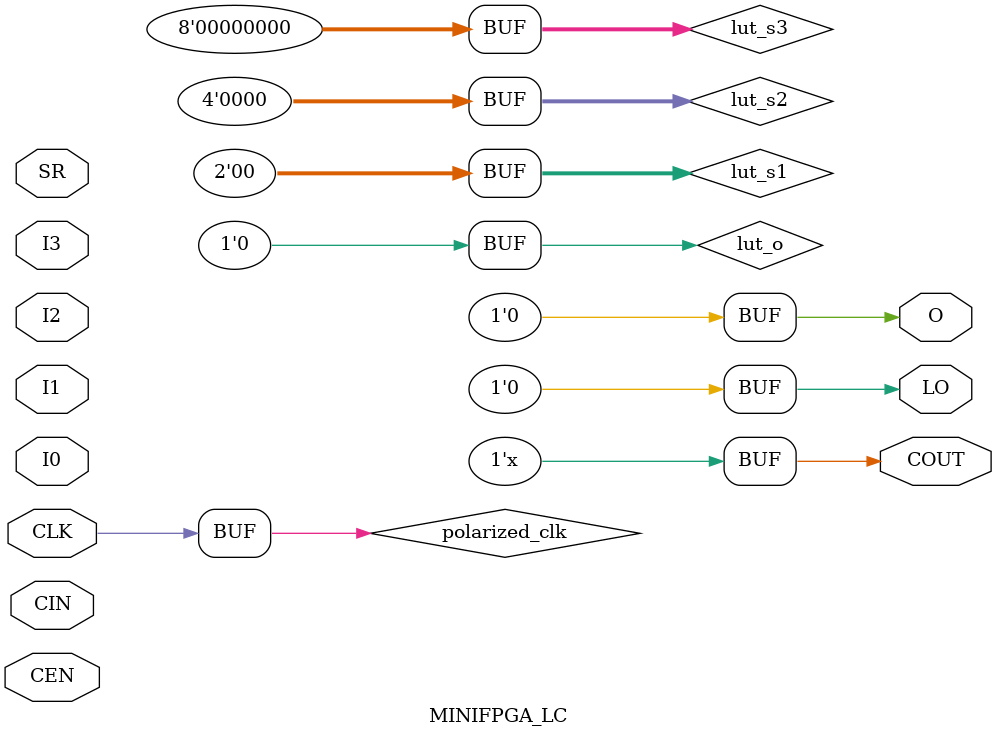
<source format=v>

`define SB_DFF_REG reg Q = 0;




module SB_GB (
	input  USER_SIGNAL_TO_GLOBAL_BUFFER,
	output GLOBAL_BUFFER_OUTPUT
);
	assign GLOBAL_BUFFER_OUTPUT = USER_SIGNAL_TO_GLOBAL_BUFFER;
endmodule

// SiliconBlue Logic Cells

module SB_LUT4 (output O, input I0, I1, I2, I3);
	parameter [15:0] LUT_INIT = 0;
	wire [7:0] s3 = I3 ? LUT_INIT[15:8] : LUT_INIT[7:0];
	wire [3:0] s2 = I2 ?       s3[ 7:4] :       s3[3:0];
	wire [1:0] s1 = I1 ?       s2[ 3:2] :       s2[1:0];
	assign O = I0 ? s1[1] : s1[0];
endmodule

module SB_CARRY (output CO, input I0, I1, CI);
	assign CO = (I0 && I1) || ((I0 || I1) && CI);
endmodule

// Positive Edge SiliconBlue FF Cells

module SB_DFF (output Q, input C, D);
	`SB_DFF_REG
	always @(posedge C)
		Q <= D;
endmodule

module SB_DFFE (output Q, input C, E, D);
	`SB_DFF_REG
	always @(posedge C)
		if (E)
			Q <= D;
endmodule

module SB_DFFSR (output Q, input C, R, D);
	`SB_DFF_REG
	always @(posedge C)
		if (R)
			Q <= 0;
		else
			Q <= D;
endmodule

module SB_DFFR (output Q, input C, R, D);
	`SB_DFF_REG
	always @(posedge C, posedge R)
		if (R)
			Q <= 0;
		else
			Q <= D;
endmodule

module SB_DFFSS (output Q, input C, S, D);
	`SB_DFF_REG
	always @(posedge C)
		if (S)
			Q <= 1;
		else
			Q <= D;
endmodule

module SB_DFFS (output Q, input C, S, D);
	`SB_DFF_REG
	always @(posedge C, posedge S)
		if (S)
			Q <= 1;
		else
			Q <= D;
endmodule

module SB_DFFESR (output Q, input C, E, R, D);
	`SB_DFF_REG
	always @(posedge C)
		if (E) begin
			if (R)
				Q <= 0;
			else
				Q <= D;
		end
endmodule

module SB_DFFER (output Q, input C, E, R, D);
	`SB_DFF_REG
	always @(posedge C, posedge R)
		if (R)
			Q <= 0;
		else if (E)
			Q <= D;
endmodule

module SB_DFFESS (output Q, input C, E, S, D);
	`SB_DFF_REG
	always @(posedge C)
		if (E) begin
			if (S)
				Q <= 1;
			else
				Q <= D;
		end
endmodule

module SB_DFFES (output Q, input C, E, S, D);
	`SB_DFF_REG
	always @(posedge C, posedge S)
		if (S)
			Q <= 1;
		else if (E)
			Q <= D;
endmodule

// Negative Edge SiliconBlue FF Cells

module SB_DFFN (output Q, input C, D);
	`SB_DFF_REG
	always @(negedge C)
		Q <= D;
endmodule

module SB_DFFNE (output Q, input C, E, D);
	`SB_DFF_REG
	always @(negedge C)
		if (E)
			Q <= D;
endmodule

module SB_DFFNSR (output Q, input C, R, D);
	`SB_DFF_REG
	always @(negedge C)
		if (R)
			Q <= 0;
		else
			Q <= D;
endmodule

module SB_DFFNR (output Q, input C, R, D);
	`SB_DFF_REG
	always @(negedge C, posedge R)
		if (R)
			Q <= 0;
		else
			Q <= D;
endmodule

module SB_DFFNSS (output Q, input C, S, D);
	`SB_DFF_REG
	always @(negedge C)
		if (S)
			Q <= 1;
		else
			Q <= D;
endmodule

module SB_DFFNS (output Q, input C, S, D);
	`SB_DFF_REG
	always @(negedge C, posedge S)
		if (S)
			Q <= 1;
		else
			Q <= D;
endmodule

module SB_DFFNESR (output Q, input C, E, R, D);
	`SB_DFF_REG
	always @(negedge C)
		if (E) begin
			if (R)
				Q <= 0;
			else
				Q <= D;
		end
endmodule

module SB_DFFNER (output Q, input C, E, R, D);
	`SB_DFF_REG
	always @(negedge C, posedge R)
		if (R)
			Q <= 0;
		else if (E)
			Q <= D;
endmodule

module SB_DFFNESS (output Q, input C, E, S, D);
	`SB_DFF_REG
	always @(negedge C)
		if (E) begin
			if (S)
				Q <= 1;
			else
				Q <= D;
		end
endmodule

module SB_DFFNES (output Q, input C, E, S, D);
	`SB_DFF_REG
	always @(negedge C, posedge S)
		if (S)
			Q <= 1;
		else if (E)
			Q <= D;
endmodule

// SiliconBlue RAM Cells


// Packed IceStorm Logic Cells

module MINIFPGA_LC (
	input I0, I1, I2, I3, CIN, CLK, CEN, SR,
	output LO, O, COUT
);
	parameter [15:0] LUT_INIT = 0;

	parameter [0:0] NEG_CLK      = 0;
	parameter [0:0] CARRY_ENABLE = 0;
	parameter [0:0] DFF_ENABLE   = 0;
	parameter [0:0] SET_NORESET  = 0;
	parameter [0:0] ASYNC_SR     = 0;

	wire COUT = CARRY_ENABLE ? (I1 && I2) || ((I1 || I2) && CIN) : 1'bx;

	wire [7:0] lut_s3 = I3 ? LUT_INIT[15:8] : LUT_INIT[7:0];
	wire [3:0] lut_s2 = I2 ?   lut_s3[ 7:4] :   lut_s3[3:0];
	wire [1:0] lut_s1 = I1 ?   lut_s2[ 3:2] :   lut_s2[1:0];
	wire       lut_o  = I0 ?   lut_s1[   1] :   lut_s1[  0];

	assign LO = lut_o;

	wire polarized_clk;
	assign polarized_clk = CLK ^ NEG_CLK;

	reg o_reg;
	always @(posedge polarized_clk)
		if (CEN)
			o_reg <= SR ? SET_NORESET : lut_o;

	reg o_reg_async;
	always @(posedge polarized_clk, posedge SR)
		if (SR)
			o_reg <= SET_NORESET;
		else if (CEN)
			o_reg <= lut_o;

	assign O = DFF_ENABLE ? ASYNC_SR ? o_reg_async : o_reg : lut_o;
endmodule

// SiliconBlue PLL Cells

(* blackbox *)
module SB_PLL40_CORE (
	input   REFERENCECLK,
	output  PLLOUTCORE,
	output  PLLOUTGLOBAL,
	input   EXTFEEDBACK,
	input   [7:0] DYNAMICDELAY,
	output  LOCK,
	input   BYPASS,
	input   RESETB,
	input   LATCHINPUTVALUE,
	output  SDO,
	input   SDI,
	input   SCLK
);
	parameter FEEDBACK_PATH = "SIMPLE";
	parameter DELAY_ADJUSTMENT_MODE_FEEDBACK = "FIXED";
	parameter DELAY_ADJUSTMENT_MODE_RELATIVE = "FIXED";
	parameter SHIFTREG_DIV_MODE = 1'b0;
	parameter FDA_FEEDBACK = 4'b0000;
	parameter FDA_RELATIVE = 4'b0000;
	parameter PLLOUT_SELECT = "GENCLK";
	parameter DIVR = 4'b0000;
	parameter DIVF = 7'b0000000;
	parameter DIVQ = 3'b000;
	parameter FILTER_RANGE = 3'b000;
	parameter ENABLE_ICEGATE = 1'b0;
	parameter TEST_MODE = 1'b0;
	parameter EXTERNAL_DIVIDE_FACTOR = 1;
endmodule

(* blackbox *)
module SB_PLL40_PAD (
	input   PACKAGEPIN,
	output  PLLOUTCORE,
	output  PLLOUTGLOBAL,
	input   EXTFEEDBACK,
	input   [7:0] DYNAMICDELAY,
	output  LOCK,
	input   BYPASS,
	input   RESETB,
	input   LATCHINPUTVALUE,
	output  SDO,
	input   SDI,
	input   SCLK
);
	parameter FEEDBACK_PATH = "SIMPLE";
	parameter DELAY_ADJUSTMENT_MODE_FEEDBACK = "FIXED";
	parameter DELAY_ADJUSTMENT_MODE_RELATIVE = "FIXED";
	parameter SHIFTREG_DIV_MODE = 1'b0;
	parameter FDA_FEEDBACK = 4'b0000;
	parameter FDA_RELATIVE = 4'b0000;
	parameter PLLOUT_SELECT = "GENCLK";
	parameter DIVR = 4'b0000;
	parameter DIVF = 7'b0000000;
	parameter DIVQ = 3'b000;
	parameter FILTER_RANGE = 3'b000;
	parameter ENABLE_ICEGATE = 1'b0;
	parameter TEST_MODE = 1'b0;
	parameter EXTERNAL_DIVIDE_FACTOR = 1;
endmodule

(* blackbox *)
module SB_PLL40_2_PAD (
	input   PACKAGEPIN,
	output  PLLOUTCOREA,
	output  PLLOUTGLOBALA,
	output  PLLOUTCOREB,
	output  PLLOUTGLOBALB,
	input   EXTFEEDBACK,
	input   [7:0] DYNAMICDELAY,
	output  LOCK,
	input   BYPASS,
	input   RESETB,
	input   LATCHINPUTVALUE,
	output  SDO,
	input   SDI,
	input   SCLK
);
	parameter FEEDBACK_PATH = "SIMPLE";
	parameter DELAY_ADJUSTMENT_MODE_FEEDBACK = "FIXED";
	parameter DELAY_ADJUSTMENT_MODE_RELATIVE = "FIXED";
	parameter SHIFTREG_DIV_MODE = 1'b0;
	parameter FDA_FEEDBACK = 4'b0000;
	parameter FDA_RELATIVE = 4'b0000;
	parameter PLLOUT_SELECT_PORTB = "GENCLK";
	parameter DIVR = 4'b0000;
	parameter DIVF = 7'b0000000;
	parameter DIVQ = 3'b000;
	parameter FILTER_RANGE = 3'b000;
	parameter ENABLE_ICEGATE_PORTA = 1'b0;
	parameter ENABLE_ICEGATE_PORTB = 1'b0;
	parameter TEST_MODE = 1'b0;
	parameter EXTERNAL_DIVIDE_FACTOR = 1;
endmodule

(* blackbox *)
module SB_PLL40_2F_CORE (
	input   REFERENCECLK,
	output  PLLOUTCOREA,
	output  PLLOUTGLOBALA,
	output  PLLOUTCOREB,
	output  PLLOUTGLOBALB,
	input   EXTFEEDBACK,
	input   [7:0] DYNAMICDELAY,
	output  LOCK,
	input   BYPASS,
	input   RESETB,
	input   LATCHINPUTVALUE,
	output  SDO,
	input   SDI,
	input   SCLK
);
	parameter FEEDBACK_PATH = "SIMPLE";
	parameter DELAY_ADJUSTMENT_MODE_FEEDBACK = "FIXED";
	parameter DELAY_ADJUSTMENT_MODE_RELATIVE = "FIXED";
	parameter SHIFTREG_DIV_MODE = 1'b0;
	parameter FDA_FEEDBACK = 4'b0000;
	parameter FDA_RELATIVE = 4'b0000;
	parameter PLLOUT_SELECT_PORTA = "GENCLK";
	parameter PLLOUT_SELECT_PORTB = "GENCLK";
	parameter DIVR = 4'b0000;
	parameter DIVF = 7'b0000000;
	parameter DIVQ = 3'b000;
	parameter FILTER_RANGE = 3'b000;
	parameter ENABLE_ICEGATE_PORTA = 1'b0;
	parameter ENABLE_ICEGATE_PORTB = 1'b0;
	parameter TEST_MODE = 1'b0;
	parameter EXTERNAL_DIVIDE_FACTOR = 1;
endmodule

(* blackbox *)
module SB_PLL40_2F_PAD (
	input   PACKAGEPIN,
	output  PLLOUTCOREA,
	output  PLLOUTGLOBALA,
	output  PLLOUTCOREB,
	output  PLLOUTGLOBALB,
	input   EXTFEEDBACK,
	input   [7:0] DYNAMICDELAY,
	output  LOCK,
	input   BYPASS,
	input   RESETB,
	input   LATCHINPUTVALUE,
	output  SDO,
	input   SDI,
	input   SCLK
);
	parameter FEEDBACK_PATH = "SIMPLE";
	parameter DELAY_ADJUSTMENT_MODE_FEEDBACK = "FIXED";
	parameter DELAY_ADJUSTMENT_MODE_RELATIVE = "FIXED";
	parameter SHIFTREG_DIV_MODE = 2'b00;
	parameter FDA_FEEDBACK = 4'b0000;
	parameter FDA_RELATIVE = 4'b0000;
	parameter PLLOUT_SELECT_PORTA = "GENCLK";
	parameter PLLOUT_SELECT_PORTB = "GENCLK";
	parameter DIVR = 4'b0000;
	parameter DIVF = 7'b0000000;
	parameter DIVQ = 3'b000;
	parameter FILTER_RANGE = 3'b000;
	parameter ENABLE_ICEGATE_PORTA = 1'b0;
	parameter ENABLE_ICEGATE_PORTB = 1'b0;
	parameter TEST_MODE = 1'b0;
	parameter EXTERNAL_DIVIDE_FACTOR = 1;
endmodule

// SiliconBlue Device Configuration Cells

(* blackbox, keep *)
module SB_WARMBOOT (
	input BOOT,
	input S1,
	input S0
);
endmodule

</source>
